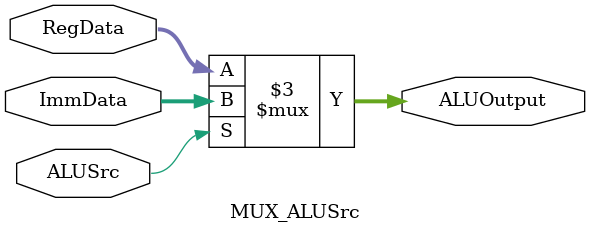
<source format=sv>
module MUX_ALUSrc(
    input logic ALUSrc,              // Selector signal
    input logic [31:0] RegData,      // Input from Register File
    input logic [31:0] ImmData,      // Input from Sign Extend (immediate value)
    output logic [31:0] ALUOutput     // Output to ALU
);

    // MUX logic using always_comb
    always_comb begin
        if (ALUSrc)
            ALUOutput = ImmData;      // Select Immediate Data if ALUSrc is 1
        else
            ALUOutput = RegData;      // Select Register Data if ALUSrc is 0
    end

endmodule

</source>
